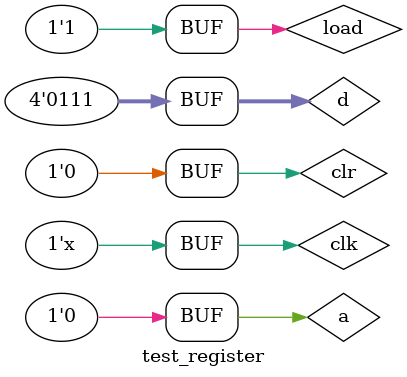
<source format=v>
`timescale 1ns / 1ps


module test_register;

	// Inputs
	reg load;
	reg clk;
	reg clr;
	reg [3:0] d;

	// Outputs
	wire [3:0] q;
	wire clk_1Hz;

	// Instantiate the Unit Under Test (UUT)
	myRegister uut (
		.load(load), 
		.clk(clk), 
		.clr(clr), 
		.d(d), 
		.q(q), 
		.clk_1Hz(clk_1Hz)
	);

	initial begin
		// Initialize Inputs
		load = 1;
		clk = 0;
		clr = 0;
		d = 1111;

		// Wait 100 ns for global reset to finish
		#100;
        
		// Add stimulus here
	end
	reg a = 0;
   always #2 begin
		clk <= ~clk;
	end
	
endmodule


</source>
